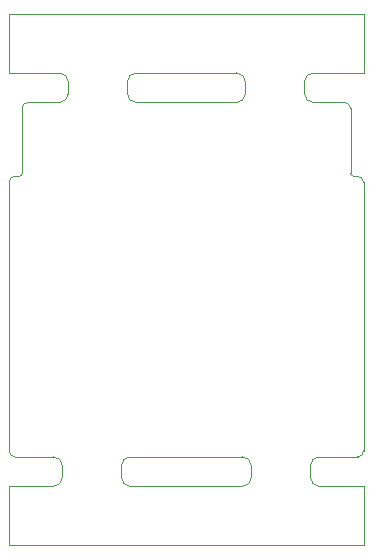
<source format=gbr>
%TF.GenerationSoftware,KiCad,Pcbnew,(5.1.12-1-10_14)*%
%TF.CreationDate,2022-03-24T13:22:14+08:00*%
%TF.ProjectId,DeerMon,44656572-4d6f-46e2-9e6b-696361645f70,rev?*%
%TF.SameCoordinates,Original*%
%TF.FileFunction,Profile,NP*%
%FSLAX46Y46*%
G04 Gerber Fmt 4.6, Leading zero omitted, Abs format (unit mm)*
G04 Created by KiCad (PCBNEW (5.1.12-1-10_14)) date 2022-03-24 13:22:14*
%MOMM*%
%LPD*%
G01*
G04 APERTURE LIST*
%TA.AperFunction,Profile*%
%ADD10C,0.050000*%
%TD*%
G04 APERTURE END LIST*
D10*
X26250000Y5000000D02*
G75*
G02*
X25500000Y5750000I0J750000D01*
G01*
X25500000Y6750000D02*
G75*
G02*
X26250000Y7500000I750000J0D01*
G01*
X19750000Y7500000D02*
G75*
G02*
X20500000Y6750000I0J-750000D01*
G01*
X20500000Y5750000D02*
G75*
G02*
X19750000Y5000000I-750000J0D01*
G01*
X4500000Y5750000D02*
G75*
G02*
X3750000Y5000000I-750000J0D01*
G01*
X3750000Y7500000D02*
G75*
G02*
X4500000Y6750000I0J-750000D01*
G01*
X10250000Y5000000D02*
G75*
G02*
X9500000Y5750000I0J750000D01*
G01*
X9500000Y6750000D02*
G75*
G02*
X10250000Y7500000I750000J0D01*
G01*
X20000000Y38250000D02*
G75*
G02*
X19250000Y37500000I-750000J0D01*
G01*
X19250000Y40000000D02*
G75*
G02*
X20000000Y39250000I0J-750000D01*
G01*
X25750000Y37500000D02*
G75*
G02*
X25000000Y38250000I0J750000D01*
G01*
X25000000Y39250000D02*
G75*
G02*
X25750000Y40000000I750000J0D01*
G01*
X10750000Y37500000D02*
G75*
G02*
X10000000Y38250000I0J750000D01*
G01*
X10000000Y39250000D02*
G75*
G02*
X10750000Y40000000I750000J0D01*
G01*
X4250000Y40000000D02*
G75*
G02*
X5000000Y39250000I0J-750000D01*
G01*
X5000000Y38250000D02*
G75*
G02*
X4250000Y37500000I-750000J0D01*
G01*
X500000Y7500000D02*
X3750000Y7500000D01*
X19750000Y7500000D02*
X10250000Y7500000D01*
X3750000Y5000000D02*
X0Y5000000D01*
X4500000Y6750000D02*
X4500000Y5750000D01*
X9500000Y5750000D02*
X9500000Y6750000D01*
X19750000Y5000000D02*
X10250000Y5000000D01*
X20500000Y6750000D02*
X20500000Y5750000D01*
X25500000Y5750000D02*
X25500000Y6750000D01*
X30000000Y5000000D02*
X26250000Y5000000D01*
X30000000Y0D02*
X30000000Y5000000D01*
X0Y0D02*
X30000000Y0D01*
X0Y5000000D02*
X0Y0D01*
X25750000Y37500000D02*
X28400000Y37500000D01*
X10750000Y37500000D02*
X19250000Y37500000D01*
X1600000Y37500000D02*
X4250000Y37500000D01*
X25000000Y39250000D02*
X25000000Y38250000D01*
X20000000Y39250000D02*
X20000000Y38250000D01*
X19250000Y40000000D02*
X10750000Y40000000D01*
X30000000Y40000000D02*
X25750000Y40000000D01*
X0Y40000000D02*
X4250000Y40000000D01*
X10000000Y39250000D02*
X10000000Y38250000D01*
X5000000Y39250000D02*
X5000000Y38250000D01*
X0Y45000000D02*
X0Y40000000D01*
X30000000Y45000000D02*
X0Y45000000D01*
X30000000Y40000000D02*
X30000000Y45000000D01*
X500000Y31250000D02*
X850000Y31250000D01*
X29150000Y31250000D02*
X29500000Y31250000D01*
X29150000Y31250000D02*
G75*
G02*
X28900000Y31500000I0J250000D01*
G01*
X29500000Y31250000D02*
G75*
G02*
X30000000Y30750000I0J-500000D01*
G01*
X28900000Y37000000D02*
X28900000Y31500000D01*
X0Y30750000D02*
G75*
G02*
X500000Y31250000I500000J0D01*
G01*
X1100000Y31500000D02*
G75*
G02*
X850000Y31250000I-250000J0D01*
G01*
X1100000Y37000000D02*
X1100000Y31500000D01*
X30000000Y8000000D02*
G75*
G02*
X29500000Y7500000I-500000J0D01*
G01*
X500000Y7500000D02*
G75*
G02*
X0Y8000000I0J500000D01*
G01*
X1100000Y37000000D02*
G75*
G02*
X1600000Y37500000I500000J0D01*
G01*
X28400000Y37500000D02*
G75*
G02*
X28900000Y37000000I0J-500000D01*
G01*
X30000000Y8000000D02*
X30000000Y30750000D01*
X26250000Y7500000D02*
X29500000Y7500000D01*
X0Y30750000D02*
X0Y8000000D01*
M02*

</source>
